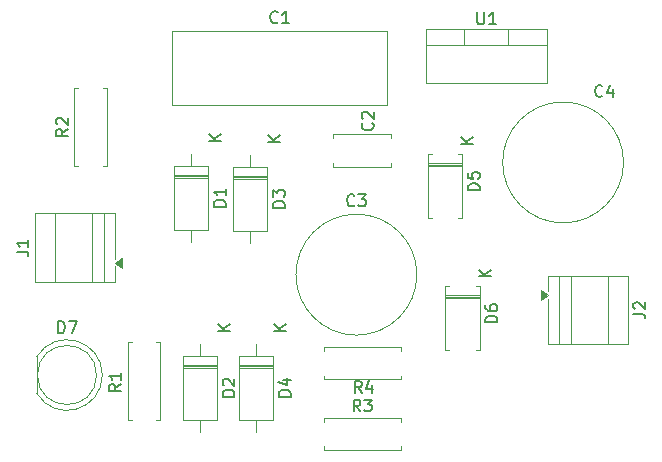
<source format=gbr>
%TF.GenerationSoftware,KiCad,Pcbnew,9.0.5*%
%TF.CreationDate,2025-10-12T15:19:20+05:30*%
%TF.ProjectId,transformerless power supply ,7472616e-7366-46f7-926d-65726c657373,rev?*%
%TF.SameCoordinates,Original*%
%TF.FileFunction,Legend,Top*%
%TF.FilePolarity,Positive*%
%FSLAX46Y46*%
G04 Gerber Fmt 4.6, Leading zero omitted, Abs format (unit mm)*
G04 Created by KiCad (PCBNEW 9.0.5) date 2025-10-12 15:19:20*
%MOMM*%
%LPD*%
G01*
G04 APERTURE LIST*
%ADD10C,0.150000*%
%ADD11C,0.120000*%
G04 APERTURE END LIST*
D10*
X67446569Y-94238094D02*
X66446569Y-94238094D01*
X66446569Y-94238094D02*
X66446569Y-93999999D01*
X66446569Y-93999999D02*
X66494188Y-93857142D01*
X66494188Y-93857142D02*
X66589426Y-93761904D01*
X66589426Y-93761904D02*
X66684664Y-93714285D01*
X66684664Y-93714285D02*
X66875140Y-93666666D01*
X66875140Y-93666666D02*
X67017997Y-93666666D01*
X67017997Y-93666666D02*
X67208473Y-93714285D01*
X67208473Y-93714285D02*
X67303711Y-93761904D01*
X67303711Y-93761904D02*
X67398950Y-93857142D01*
X67398950Y-93857142D02*
X67446569Y-93999999D01*
X67446569Y-93999999D02*
X67446569Y-94238094D01*
X67446569Y-92714285D02*
X67446569Y-93285713D01*
X67446569Y-92999999D02*
X66446569Y-92999999D01*
X66446569Y-92999999D02*
X66589426Y-93095237D01*
X66589426Y-93095237D02*
X66684664Y-93190475D01*
X66684664Y-93190475D02*
X66732283Y-93285713D01*
X67076569Y-88681904D02*
X66076569Y-88681904D01*
X67076569Y-88110476D02*
X66505140Y-88539047D01*
X66076569Y-88110476D02*
X66647997Y-88681904D01*
X72946569Y-110318094D02*
X71946569Y-110318094D01*
X71946569Y-110318094D02*
X71946569Y-110079999D01*
X71946569Y-110079999D02*
X71994188Y-109937142D01*
X71994188Y-109937142D02*
X72089426Y-109841904D01*
X72089426Y-109841904D02*
X72184664Y-109794285D01*
X72184664Y-109794285D02*
X72375140Y-109746666D01*
X72375140Y-109746666D02*
X72517997Y-109746666D01*
X72517997Y-109746666D02*
X72708473Y-109794285D01*
X72708473Y-109794285D02*
X72803711Y-109841904D01*
X72803711Y-109841904D02*
X72898950Y-109937142D01*
X72898950Y-109937142D02*
X72946569Y-110079999D01*
X72946569Y-110079999D02*
X72946569Y-110318094D01*
X72279902Y-108889523D02*
X72946569Y-108889523D01*
X71898950Y-109127618D02*
X72613235Y-109365713D01*
X72613235Y-109365713D02*
X72613235Y-108746666D01*
X72576569Y-104761904D02*
X71576569Y-104761904D01*
X72576569Y-104190476D02*
X72005140Y-104619047D01*
X71576569Y-104190476D02*
X72147997Y-104761904D01*
X90446569Y-104038094D02*
X89446569Y-104038094D01*
X89446569Y-104038094D02*
X89446569Y-103799999D01*
X89446569Y-103799999D02*
X89494188Y-103657142D01*
X89494188Y-103657142D02*
X89589426Y-103561904D01*
X89589426Y-103561904D02*
X89684664Y-103514285D01*
X89684664Y-103514285D02*
X89875140Y-103466666D01*
X89875140Y-103466666D02*
X90017997Y-103466666D01*
X90017997Y-103466666D02*
X90208473Y-103514285D01*
X90208473Y-103514285D02*
X90303711Y-103561904D01*
X90303711Y-103561904D02*
X90398950Y-103657142D01*
X90398950Y-103657142D02*
X90446569Y-103799999D01*
X90446569Y-103799999D02*
X90446569Y-104038094D01*
X89446569Y-102609523D02*
X89446569Y-102799999D01*
X89446569Y-102799999D02*
X89494188Y-102895237D01*
X89494188Y-102895237D02*
X89541807Y-102942856D01*
X89541807Y-102942856D02*
X89684664Y-103038094D01*
X89684664Y-103038094D02*
X89875140Y-103085713D01*
X89875140Y-103085713D02*
X90256092Y-103085713D01*
X90256092Y-103085713D02*
X90351330Y-103038094D01*
X90351330Y-103038094D02*
X90398950Y-102990475D01*
X90398950Y-102990475D02*
X90446569Y-102895237D01*
X90446569Y-102895237D02*
X90446569Y-102704761D01*
X90446569Y-102704761D02*
X90398950Y-102609523D01*
X90398950Y-102609523D02*
X90351330Y-102561904D01*
X90351330Y-102561904D02*
X90256092Y-102514285D01*
X90256092Y-102514285D02*
X90017997Y-102514285D01*
X90017997Y-102514285D02*
X89922759Y-102561904D01*
X89922759Y-102561904D02*
X89875140Y-102609523D01*
X89875140Y-102609523D02*
X89827521Y-102704761D01*
X89827521Y-102704761D02*
X89827521Y-102895237D01*
X89827521Y-102895237D02*
X89875140Y-102990475D01*
X89875140Y-102990475D02*
X89922759Y-103038094D01*
X89922759Y-103038094D02*
X90017997Y-103085713D01*
X89876569Y-100141904D02*
X88876569Y-100141904D01*
X89876569Y-99570476D02*
X89305140Y-99999047D01*
X88876569Y-99570476D02*
X89447997Y-100141904D01*
X78855083Y-111584819D02*
X78521750Y-111108628D01*
X78283655Y-111584819D02*
X78283655Y-110584819D01*
X78283655Y-110584819D02*
X78664607Y-110584819D01*
X78664607Y-110584819D02*
X78759845Y-110632438D01*
X78759845Y-110632438D02*
X78807464Y-110680057D01*
X78807464Y-110680057D02*
X78855083Y-110775295D01*
X78855083Y-110775295D02*
X78855083Y-110918152D01*
X78855083Y-110918152D02*
X78807464Y-111013390D01*
X78807464Y-111013390D02*
X78759845Y-111061009D01*
X78759845Y-111061009D02*
X78664607Y-111108628D01*
X78664607Y-111108628D02*
X78283655Y-111108628D01*
X79188417Y-110584819D02*
X79807464Y-110584819D01*
X79807464Y-110584819D02*
X79474131Y-110965771D01*
X79474131Y-110965771D02*
X79616988Y-110965771D01*
X79616988Y-110965771D02*
X79712226Y-111013390D01*
X79712226Y-111013390D02*
X79759845Y-111061009D01*
X79759845Y-111061009D02*
X79807464Y-111156247D01*
X79807464Y-111156247D02*
X79807464Y-111394342D01*
X79807464Y-111394342D02*
X79759845Y-111489580D01*
X79759845Y-111489580D02*
X79712226Y-111537200D01*
X79712226Y-111537200D02*
X79616988Y-111584819D01*
X79616988Y-111584819D02*
X79331274Y-111584819D01*
X79331274Y-111584819D02*
X79236036Y-111537200D01*
X79236036Y-111537200D02*
X79188417Y-111489580D01*
X58576569Y-109276666D02*
X58100378Y-109609999D01*
X58576569Y-109848094D02*
X57576569Y-109848094D01*
X57576569Y-109848094D02*
X57576569Y-109467142D01*
X57576569Y-109467142D02*
X57624188Y-109371904D01*
X57624188Y-109371904D02*
X57671807Y-109324285D01*
X57671807Y-109324285D02*
X57767045Y-109276666D01*
X57767045Y-109276666D02*
X57909902Y-109276666D01*
X57909902Y-109276666D02*
X58005140Y-109324285D01*
X58005140Y-109324285D02*
X58052759Y-109371904D01*
X58052759Y-109371904D02*
X58100378Y-109467142D01*
X58100378Y-109467142D02*
X58100378Y-109848094D01*
X58576569Y-108324285D02*
X58576569Y-108895713D01*
X58576569Y-108609999D02*
X57576569Y-108609999D01*
X57576569Y-108609999D02*
X57719426Y-108705237D01*
X57719426Y-108705237D02*
X57814664Y-108800475D01*
X57814664Y-108800475D02*
X57862283Y-108895713D01*
X79881330Y-87166666D02*
X79928950Y-87214285D01*
X79928950Y-87214285D02*
X79976569Y-87357142D01*
X79976569Y-87357142D02*
X79976569Y-87452380D01*
X79976569Y-87452380D02*
X79928950Y-87595237D01*
X79928950Y-87595237D02*
X79833711Y-87690475D01*
X79833711Y-87690475D02*
X79738473Y-87738094D01*
X79738473Y-87738094D02*
X79547997Y-87785713D01*
X79547997Y-87785713D02*
X79405140Y-87785713D01*
X79405140Y-87785713D02*
X79214664Y-87738094D01*
X79214664Y-87738094D02*
X79119426Y-87690475D01*
X79119426Y-87690475D02*
X79024188Y-87595237D01*
X79024188Y-87595237D02*
X78976569Y-87452380D01*
X78976569Y-87452380D02*
X78976569Y-87357142D01*
X78976569Y-87357142D02*
X79024188Y-87214285D01*
X79024188Y-87214285D02*
X79071807Y-87166666D01*
X79071807Y-86785713D02*
X79024188Y-86738094D01*
X79024188Y-86738094D02*
X78976569Y-86642856D01*
X78976569Y-86642856D02*
X78976569Y-86404761D01*
X78976569Y-86404761D02*
X79024188Y-86309523D01*
X79024188Y-86309523D02*
X79071807Y-86261904D01*
X79071807Y-86261904D02*
X79167045Y-86214285D01*
X79167045Y-86214285D02*
X79262283Y-86214285D01*
X79262283Y-86214285D02*
X79405140Y-86261904D01*
X79405140Y-86261904D02*
X79976569Y-86833332D01*
X79976569Y-86833332D02*
X79976569Y-86214285D01*
X101979069Y-103328333D02*
X102693354Y-103328333D01*
X102693354Y-103328333D02*
X102836211Y-103375952D01*
X102836211Y-103375952D02*
X102931450Y-103471190D01*
X102931450Y-103471190D02*
X102979069Y-103614047D01*
X102979069Y-103614047D02*
X102979069Y-103709285D01*
X102074307Y-102899761D02*
X102026688Y-102852142D01*
X102026688Y-102852142D02*
X101979069Y-102756904D01*
X101979069Y-102756904D02*
X101979069Y-102518809D01*
X101979069Y-102518809D02*
X102026688Y-102423571D01*
X102026688Y-102423571D02*
X102074307Y-102375952D01*
X102074307Y-102375952D02*
X102169545Y-102328333D01*
X102169545Y-102328333D02*
X102264783Y-102328333D01*
X102264783Y-102328333D02*
X102407640Y-102375952D01*
X102407640Y-102375952D02*
X102979069Y-102947380D01*
X102979069Y-102947380D02*
X102979069Y-102328333D01*
X88759845Y-77804819D02*
X88759845Y-78614342D01*
X88759845Y-78614342D02*
X88807464Y-78709580D01*
X88807464Y-78709580D02*
X88855083Y-78757200D01*
X88855083Y-78757200D02*
X88950321Y-78804819D01*
X88950321Y-78804819D02*
X89140797Y-78804819D01*
X89140797Y-78804819D02*
X89236035Y-78757200D01*
X89236035Y-78757200D02*
X89283654Y-78709580D01*
X89283654Y-78709580D02*
X89331273Y-78614342D01*
X89331273Y-78614342D02*
X89331273Y-77804819D01*
X90331273Y-78804819D02*
X89759845Y-78804819D01*
X90045559Y-78804819D02*
X90045559Y-77804819D01*
X90045559Y-77804819D02*
X89950321Y-77947676D01*
X89950321Y-77947676D02*
X89855083Y-78042914D01*
X89855083Y-78042914D02*
X89759845Y-78090533D01*
X72446569Y-94318094D02*
X71446569Y-94318094D01*
X71446569Y-94318094D02*
X71446569Y-94079999D01*
X71446569Y-94079999D02*
X71494188Y-93937142D01*
X71494188Y-93937142D02*
X71589426Y-93841904D01*
X71589426Y-93841904D02*
X71684664Y-93794285D01*
X71684664Y-93794285D02*
X71875140Y-93746666D01*
X71875140Y-93746666D02*
X72017997Y-93746666D01*
X72017997Y-93746666D02*
X72208473Y-93794285D01*
X72208473Y-93794285D02*
X72303711Y-93841904D01*
X72303711Y-93841904D02*
X72398950Y-93937142D01*
X72398950Y-93937142D02*
X72446569Y-94079999D01*
X72446569Y-94079999D02*
X72446569Y-94318094D01*
X71446569Y-93413332D02*
X71446569Y-92794285D01*
X71446569Y-92794285D02*
X71827521Y-93127618D01*
X71827521Y-93127618D02*
X71827521Y-92984761D01*
X71827521Y-92984761D02*
X71875140Y-92889523D01*
X71875140Y-92889523D02*
X71922759Y-92841904D01*
X71922759Y-92841904D02*
X72017997Y-92794285D01*
X72017997Y-92794285D02*
X72256092Y-92794285D01*
X72256092Y-92794285D02*
X72351330Y-92841904D01*
X72351330Y-92841904D02*
X72398950Y-92889523D01*
X72398950Y-92889523D02*
X72446569Y-92984761D01*
X72446569Y-92984761D02*
X72446569Y-93270475D01*
X72446569Y-93270475D02*
X72398950Y-93365713D01*
X72398950Y-93365713D02*
X72351330Y-93413332D01*
X72076569Y-88761904D02*
X71076569Y-88761904D01*
X72076569Y-88190476D02*
X71505140Y-88619047D01*
X71076569Y-88190476D02*
X71647997Y-88761904D01*
X54106569Y-87666666D02*
X53630378Y-87999999D01*
X54106569Y-88238094D02*
X53106569Y-88238094D01*
X53106569Y-88238094D02*
X53106569Y-87857142D01*
X53106569Y-87857142D02*
X53154188Y-87761904D01*
X53154188Y-87761904D02*
X53201807Y-87714285D01*
X53201807Y-87714285D02*
X53297045Y-87666666D01*
X53297045Y-87666666D02*
X53439902Y-87666666D01*
X53439902Y-87666666D02*
X53535140Y-87714285D01*
X53535140Y-87714285D02*
X53582759Y-87761904D01*
X53582759Y-87761904D02*
X53630378Y-87857142D01*
X53630378Y-87857142D02*
X53630378Y-88238094D01*
X53201807Y-87285713D02*
X53154188Y-87238094D01*
X53154188Y-87238094D02*
X53106569Y-87142856D01*
X53106569Y-87142856D02*
X53106569Y-86904761D01*
X53106569Y-86904761D02*
X53154188Y-86809523D01*
X53154188Y-86809523D02*
X53201807Y-86761904D01*
X53201807Y-86761904D02*
X53297045Y-86714285D01*
X53297045Y-86714285D02*
X53392283Y-86714285D01*
X53392283Y-86714285D02*
X53535140Y-86761904D01*
X53535140Y-86761904D02*
X54106569Y-87333332D01*
X54106569Y-87333332D02*
X54106569Y-86714285D01*
X71855083Y-78609580D02*
X71807464Y-78657200D01*
X71807464Y-78657200D02*
X71664607Y-78704819D01*
X71664607Y-78704819D02*
X71569369Y-78704819D01*
X71569369Y-78704819D02*
X71426512Y-78657200D01*
X71426512Y-78657200D02*
X71331274Y-78561961D01*
X71331274Y-78561961D02*
X71283655Y-78466723D01*
X71283655Y-78466723D02*
X71236036Y-78276247D01*
X71236036Y-78276247D02*
X71236036Y-78133390D01*
X71236036Y-78133390D02*
X71283655Y-77942914D01*
X71283655Y-77942914D02*
X71331274Y-77847676D01*
X71331274Y-77847676D02*
X71426512Y-77752438D01*
X71426512Y-77752438D02*
X71569369Y-77704819D01*
X71569369Y-77704819D02*
X71664607Y-77704819D01*
X71664607Y-77704819D02*
X71807464Y-77752438D01*
X71807464Y-77752438D02*
X71855083Y-77800057D01*
X72807464Y-78704819D02*
X72236036Y-78704819D01*
X72521750Y-78704819D02*
X72521750Y-77704819D01*
X72521750Y-77704819D02*
X72426512Y-77847676D01*
X72426512Y-77847676D02*
X72331274Y-77942914D01*
X72331274Y-77942914D02*
X72236036Y-77990533D01*
X78355083Y-94109580D02*
X78307464Y-94157200D01*
X78307464Y-94157200D02*
X78164607Y-94204819D01*
X78164607Y-94204819D02*
X78069369Y-94204819D01*
X78069369Y-94204819D02*
X77926512Y-94157200D01*
X77926512Y-94157200D02*
X77831274Y-94061961D01*
X77831274Y-94061961D02*
X77783655Y-93966723D01*
X77783655Y-93966723D02*
X77736036Y-93776247D01*
X77736036Y-93776247D02*
X77736036Y-93633390D01*
X77736036Y-93633390D02*
X77783655Y-93442914D01*
X77783655Y-93442914D02*
X77831274Y-93347676D01*
X77831274Y-93347676D02*
X77926512Y-93252438D01*
X77926512Y-93252438D02*
X78069369Y-93204819D01*
X78069369Y-93204819D02*
X78164607Y-93204819D01*
X78164607Y-93204819D02*
X78307464Y-93252438D01*
X78307464Y-93252438D02*
X78355083Y-93300057D01*
X78688417Y-93204819D02*
X79307464Y-93204819D01*
X79307464Y-93204819D02*
X78974131Y-93585771D01*
X78974131Y-93585771D02*
X79116988Y-93585771D01*
X79116988Y-93585771D02*
X79212226Y-93633390D01*
X79212226Y-93633390D02*
X79259845Y-93681009D01*
X79259845Y-93681009D02*
X79307464Y-93776247D01*
X79307464Y-93776247D02*
X79307464Y-94014342D01*
X79307464Y-94014342D02*
X79259845Y-94109580D01*
X79259845Y-94109580D02*
X79212226Y-94157200D01*
X79212226Y-94157200D02*
X79116988Y-94204819D01*
X79116988Y-94204819D02*
X78831274Y-94204819D01*
X78831274Y-94204819D02*
X78736036Y-94157200D01*
X78736036Y-94157200D02*
X78688417Y-94109580D01*
X78965083Y-110004819D02*
X78631750Y-109528628D01*
X78393655Y-110004819D02*
X78393655Y-109004819D01*
X78393655Y-109004819D02*
X78774607Y-109004819D01*
X78774607Y-109004819D02*
X78869845Y-109052438D01*
X78869845Y-109052438D02*
X78917464Y-109100057D01*
X78917464Y-109100057D02*
X78965083Y-109195295D01*
X78965083Y-109195295D02*
X78965083Y-109338152D01*
X78965083Y-109338152D02*
X78917464Y-109433390D01*
X78917464Y-109433390D02*
X78869845Y-109481009D01*
X78869845Y-109481009D02*
X78774607Y-109528628D01*
X78774607Y-109528628D02*
X78393655Y-109528628D01*
X79822226Y-109338152D02*
X79822226Y-110004819D01*
X79584131Y-108957200D02*
X79346036Y-109671485D01*
X79346036Y-109671485D02*
X79965083Y-109671485D01*
X99355083Y-84859580D02*
X99307464Y-84907200D01*
X99307464Y-84907200D02*
X99164607Y-84954819D01*
X99164607Y-84954819D02*
X99069369Y-84954819D01*
X99069369Y-84954819D02*
X98926512Y-84907200D01*
X98926512Y-84907200D02*
X98831274Y-84811961D01*
X98831274Y-84811961D02*
X98783655Y-84716723D01*
X98783655Y-84716723D02*
X98736036Y-84526247D01*
X98736036Y-84526247D02*
X98736036Y-84383390D01*
X98736036Y-84383390D02*
X98783655Y-84192914D01*
X98783655Y-84192914D02*
X98831274Y-84097676D01*
X98831274Y-84097676D02*
X98926512Y-84002438D01*
X98926512Y-84002438D02*
X99069369Y-83954819D01*
X99069369Y-83954819D02*
X99164607Y-83954819D01*
X99164607Y-83954819D02*
X99307464Y-84002438D01*
X99307464Y-84002438D02*
X99355083Y-84050057D01*
X100212226Y-84288152D02*
X100212226Y-84954819D01*
X99974131Y-83907200D02*
X99736036Y-84621485D01*
X99736036Y-84621485D02*
X100355083Y-84621485D01*
X68196569Y-110318094D02*
X67196569Y-110318094D01*
X67196569Y-110318094D02*
X67196569Y-110079999D01*
X67196569Y-110079999D02*
X67244188Y-109937142D01*
X67244188Y-109937142D02*
X67339426Y-109841904D01*
X67339426Y-109841904D02*
X67434664Y-109794285D01*
X67434664Y-109794285D02*
X67625140Y-109746666D01*
X67625140Y-109746666D02*
X67767997Y-109746666D01*
X67767997Y-109746666D02*
X67958473Y-109794285D01*
X67958473Y-109794285D02*
X68053711Y-109841904D01*
X68053711Y-109841904D02*
X68148950Y-109937142D01*
X68148950Y-109937142D02*
X68196569Y-110079999D01*
X68196569Y-110079999D02*
X68196569Y-110318094D01*
X67291807Y-109365713D02*
X67244188Y-109318094D01*
X67244188Y-109318094D02*
X67196569Y-109222856D01*
X67196569Y-109222856D02*
X67196569Y-108984761D01*
X67196569Y-108984761D02*
X67244188Y-108889523D01*
X67244188Y-108889523D02*
X67291807Y-108841904D01*
X67291807Y-108841904D02*
X67387045Y-108794285D01*
X67387045Y-108794285D02*
X67482283Y-108794285D01*
X67482283Y-108794285D02*
X67625140Y-108841904D01*
X67625140Y-108841904D02*
X68196569Y-109413332D01*
X68196569Y-109413332D02*
X68196569Y-108794285D01*
X67826569Y-104761904D02*
X66826569Y-104761904D01*
X67826569Y-104190476D02*
X67255140Y-104619047D01*
X66826569Y-104190476D02*
X67397997Y-104761904D01*
X88946569Y-92848094D02*
X87946569Y-92848094D01*
X87946569Y-92848094D02*
X87946569Y-92609999D01*
X87946569Y-92609999D02*
X87994188Y-92467142D01*
X87994188Y-92467142D02*
X88089426Y-92371904D01*
X88089426Y-92371904D02*
X88184664Y-92324285D01*
X88184664Y-92324285D02*
X88375140Y-92276666D01*
X88375140Y-92276666D02*
X88517997Y-92276666D01*
X88517997Y-92276666D02*
X88708473Y-92324285D01*
X88708473Y-92324285D02*
X88803711Y-92371904D01*
X88803711Y-92371904D02*
X88898950Y-92467142D01*
X88898950Y-92467142D02*
X88946569Y-92609999D01*
X88946569Y-92609999D02*
X88946569Y-92848094D01*
X87946569Y-91371904D02*
X87946569Y-91848094D01*
X87946569Y-91848094D02*
X88422759Y-91895713D01*
X88422759Y-91895713D02*
X88375140Y-91848094D01*
X88375140Y-91848094D02*
X88327521Y-91752856D01*
X88327521Y-91752856D02*
X88327521Y-91514761D01*
X88327521Y-91514761D02*
X88375140Y-91419523D01*
X88375140Y-91419523D02*
X88422759Y-91371904D01*
X88422759Y-91371904D02*
X88517997Y-91324285D01*
X88517997Y-91324285D02*
X88756092Y-91324285D01*
X88756092Y-91324285D02*
X88851330Y-91371904D01*
X88851330Y-91371904D02*
X88898950Y-91419523D01*
X88898950Y-91419523D02*
X88946569Y-91514761D01*
X88946569Y-91514761D02*
X88946569Y-91752856D01*
X88946569Y-91752856D02*
X88898950Y-91848094D01*
X88898950Y-91848094D02*
X88851330Y-91895713D01*
X88376569Y-88951904D02*
X87376569Y-88951904D01*
X88376569Y-88380476D02*
X87805140Y-88809047D01*
X87376569Y-88380476D02*
X87947997Y-88951904D01*
X53283655Y-104954819D02*
X53283655Y-103954819D01*
X53283655Y-103954819D02*
X53521750Y-103954819D01*
X53521750Y-103954819D02*
X53664607Y-104002438D01*
X53664607Y-104002438D02*
X53759845Y-104097676D01*
X53759845Y-104097676D02*
X53807464Y-104192914D01*
X53807464Y-104192914D02*
X53855083Y-104383390D01*
X53855083Y-104383390D02*
X53855083Y-104526247D01*
X53855083Y-104526247D02*
X53807464Y-104716723D01*
X53807464Y-104716723D02*
X53759845Y-104811961D01*
X53759845Y-104811961D02*
X53664607Y-104907200D01*
X53664607Y-104907200D02*
X53521750Y-104954819D01*
X53521750Y-104954819D02*
X53283655Y-104954819D01*
X54188417Y-103954819D02*
X54855083Y-103954819D01*
X54855083Y-103954819D02*
X54426512Y-104954819D01*
X49756569Y-98063333D02*
X50470854Y-98063333D01*
X50470854Y-98063333D02*
X50613711Y-98110952D01*
X50613711Y-98110952D02*
X50708950Y-98206190D01*
X50708950Y-98206190D02*
X50756569Y-98349047D01*
X50756569Y-98349047D02*
X50756569Y-98444285D01*
X50756569Y-97063333D02*
X50756569Y-97634761D01*
X50756569Y-97349047D02*
X49756569Y-97349047D01*
X49756569Y-97349047D02*
X49899426Y-97444285D01*
X49899426Y-97444285D02*
X49994664Y-97539523D01*
X49994664Y-97539523D02*
X50042283Y-97634761D01*
D11*
%TO.C,D1*%
X64521750Y-89760000D02*
X64521750Y-90780000D01*
X64521750Y-97240000D02*
X64521750Y-96220000D01*
X65991750Y-91560000D02*
X63051750Y-91560000D01*
X65991750Y-91680000D02*
X63051750Y-91680000D01*
X65991750Y-91800000D02*
X63051750Y-91800000D01*
X65991750Y-90780000D02*
X63051750Y-90780000D01*
X63051750Y-96220000D01*
X65991750Y-96220000D01*
X65991750Y-90780000D01*
%TO.C,D4*%
X70021750Y-105840000D02*
X70021750Y-106860000D01*
X70021750Y-113320000D02*
X70021750Y-112300000D01*
X71491750Y-107640000D02*
X68551750Y-107640000D01*
X71491750Y-107760000D02*
X68551750Y-107760000D01*
X71491750Y-107880000D02*
X68551750Y-107880000D01*
X71491750Y-106860000D02*
X68551750Y-106860000D01*
X68551750Y-112300000D01*
X71491750Y-112300000D01*
X71491750Y-106860000D01*
%TO.C,D6*%
X86051750Y-100970000D02*
X86051750Y-106410000D01*
X86051750Y-106410000D02*
X86381750Y-106410000D01*
X86381750Y-100970000D02*
X86051750Y-100970000D01*
X88661750Y-100970000D02*
X88991750Y-100970000D01*
X88991750Y-100970000D02*
X88991750Y-106410000D01*
X88991750Y-101750000D02*
X86051750Y-101750000D01*
X88991750Y-101870000D02*
X86051750Y-101870000D01*
X88991750Y-101990000D02*
X86051750Y-101990000D01*
X88991750Y-106410000D02*
X88661750Y-106410000D01*
%TO.C,R3*%
X75751750Y-112130000D02*
X75751750Y-112460000D01*
X75751750Y-114870000D02*
X75751750Y-114540000D01*
X82291750Y-112130000D02*
X75751750Y-112130000D01*
X82291750Y-112460000D02*
X82291750Y-112130000D01*
X82291750Y-114540000D02*
X82291750Y-114870000D01*
X82291750Y-114870000D02*
X75751750Y-114870000D01*
%TO.C,R1*%
X59151750Y-105730000D02*
X59481750Y-105730000D01*
X59151750Y-112270000D02*
X59151750Y-105730000D01*
X59481750Y-112270000D02*
X59151750Y-112270000D01*
X61561750Y-112270000D02*
X61891750Y-112270000D01*
X61891750Y-105730000D02*
X61561750Y-105730000D01*
X61891750Y-112270000D02*
X61891750Y-105730000D01*
%TO.C,C2*%
X76551750Y-88130000D02*
X81491750Y-88130000D01*
X76551750Y-88460000D02*
X76551750Y-88130000D01*
X76551750Y-90870000D02*
X76551750Y-90540000D01*
X81491750Y-88130000D02*
X81491750Y-88460000D01*
X81491750Y-90540000D02*
X81491750Y-90870000D01*
X81491750Y-90870000D02*
X76551750Y-90870000D01*
%TO.C,J2*%
X94784250Y-100085000D02*
X101524250Y-100085000D01*
X94784250Y-101425000D02*
X94784250Y-100085000D01*
X94784250Y-105905000D02*
X94784250Y-102025000D01*
X95704250Y-100085000D02*
X95704250Y-105905000D01*
X96704250Y-100085000D02*
X96704250Y-105905000D01*
X99804250Y-100085000D02*
X99804250Y-105905000D01*
X101524250Y-100085000D02*
X101524250Y-105905000D01*
X101524250Y-105905000D02*
X94784250Y-105905000D01*
X94784250Y-101725000D02*
X94174250Y-102165000D01*
X94174250Y-101285000D01*
X94784250Y-101725000D01*
G36*
X94784250Y-101725000D02*
G01*
X94174250Y-102165000D01*
X94174250Y-101285000D01*
X94784250Y-101725000D01*
G37*
%TO.C,U1*%
X84411750Y-79190000D02*
X94631750Y-79190000D01*
X84411750Y-80570000D02*
X94631750Y-80570000D01*
X84411750Y-83810000D02*
X84411750Y-79190000D01*
X87671750Y-79190000D02*
X87671750Y-80570000D01*
X91371750Y-79190000D02*
X91371750Y-80570000D01*
X94631750Y-79190000D02*
X94631750Y-83810000D01*
X94631750Y-83810000D02*
X84411750Y-83810000D01*
%TO.C,D3*%
X69521750Y-89840000D02*
X69521750Y-90860000D01*
X69521750Y-97320000D02*
X69521750Y-96300000D01*
X70991750Y-91640000D02*
X68051750Y-91640000D01*
X70991750Y-91760000D02*
X68051750Y-91760000D01*
X70991750Y-91880000D02*
X68051750Y-91880000D01*
X70991750Y-90860000D02*
X68051750Y-90860000D01*
X68051750Y-96300000D01*
X70991750Y-96300000D01*
X70991750Y-90860000D01*
%TO.C,R2*%
X54651750Y-84230000D02*
X54981750Y-84230000D01*
X54651750Y-90770000D02*
X54651750Y-84230000D01*
X54981750Y-90770000D02*
X54651750Y-90770000D01*
X57061750Y-90770000D02*
X57391750Y-90770000D01*
X57391750Y-84230000D02*
X57061750Y-84230000D01*
X57391750Y-90770000D02*
X57391750Y-84230000D01*
%TO.C,C1*%
X62901750Y-79380000D02*
X81141750Y-79380000D01*
X62901750Y-85620000D02*
X62901750Y-79380000D01*
X81141750Y-79380000D02*
X81141750Y-85620000D01*
X81141750Y-85620000D02*
X62901750Y-85620000D01*
%TO.C,C3*%
X83641750Y-100000000D02*
G75*
G02*
X73401750Y-100000000I-5120000J0D01*
G01*
X73401750Y-100000000D02*
G75*
G02*
X83641750Y-100000000I5120000J0D01*
G01*
%TO.C,R4*%
X75751750Y-106130000D02*
X75751750Y-106460000D01*
X75751750Y-108870000D02*
X75751750Y-108540000D01*
X82291750Y-106130000D02*
X75751750Y-106130000D01*
X82291750Y-106460000D02*
X82291750Y-106130000D01*
X82291750Y-108540000D02*
X82291750Y-108870000D01*
X82291750Y-108870000D02*
X75751750Y-108870000D01*
%TO.C,C4*%
X101141750Y-90500000D02*
G75*
G02*
X90901750Y-90500000I-5120000J0D01*
G01*
X90901750Y-90500000D02*
G75*
G02*
X101141750Y-90500000I5120000J0D01*
G01*
%TO.C,D2*%
X65271750Y-105840000D02*
X65271750Y-106860000D01*
X65271750Y-113320000D02*
X65271750Y-112300000D01*
X66741750Y-107640000D02*
X63801750Y-107640000D01*
X66741750Y-107760000D02*
X63801750Y-107760000D01*
X66741750Y-107880000D02*
X63801750Y-107880000D01*
X66741750Y-106860000D02*
X63801750Y-106860000D01*
X63801750Y-112300000D01*
X66741750Y-112300000D01*
X66741750Y-106860000D01*
%TO.C,D5*%
X84551750Y-89780000D02*
X84551750Y-95220000D01*
X84551750Y-95220000D02*
X84881750Y-95220000D01*
X84881750Y-89780000D02*
X84551750Y-89780000D01*
X87161750Y-89780000D02*
X87491750Y-89780000D01*
X87491750Y-89780000D02*
X87491750Y-95220000D01*
X87491750Y-90560000D02*
X84551750Y-90560000D01*
X87491750Y-90680000D02*
X84551750Y-90680000D01*
X87491750Y-90800000D02*
X84551750Y-90800000D01*
X87491750Y-95220000D02*
X87161750Y-95220000D01*
%TO.C,D7*%
X51456750Y-106955000D02*
X51456750Y-110045000D01*
X51456750Y-106955170D02*
G75*
G02*
X57006750Y-108500000I2560000J-1544830D01*
G01*
X57006750Y-108500000D02*
G75*
G02*
X51456750Y-110044830I-2990000J0D01*
G01*
X56516750Y-108500000D02*
G75*
G02*
X51516750Y-108500000I-2500000J0D01*
G01*
X51516750Y-108500000D02*
G75*
G02*
X56516750Y-108500000I2500000J0D01*
G01*
%TO.C,J1*%
X51301750Y-94820000D02*
X58041750Y-94820000D01*
X51301750Y-100640000D02*
X51301750Y-94820000D01*
X53021750Y-100640000D02*
X53021750Y-94820000D01*
X56121750Y-100640000D02*
X56121750Y-94820000D01*
X57121750Y-100640000D02*
X57121750Y-94820000D01*
X58041750Y-94820000D02*
X58041750Y-98700000D01*
X58041750Y-99300000D02*
X58041750Y-100640000D01*
X58041750Y-100640000D02*
X51301750Y-100640000D01*
X58651750Y-99440000D02*
X58041750Y-99000000D01*
X58651750Y-98560000D01*
X58651750Y-99440000D01*
G36*
X58651750Y-99440000D02*
G01*
X58041750Y-99000000D01*
X58651750Y-98560000D01*
X58651750Y-99440000D01*
G37*
%TD*%
M02*

</source>
